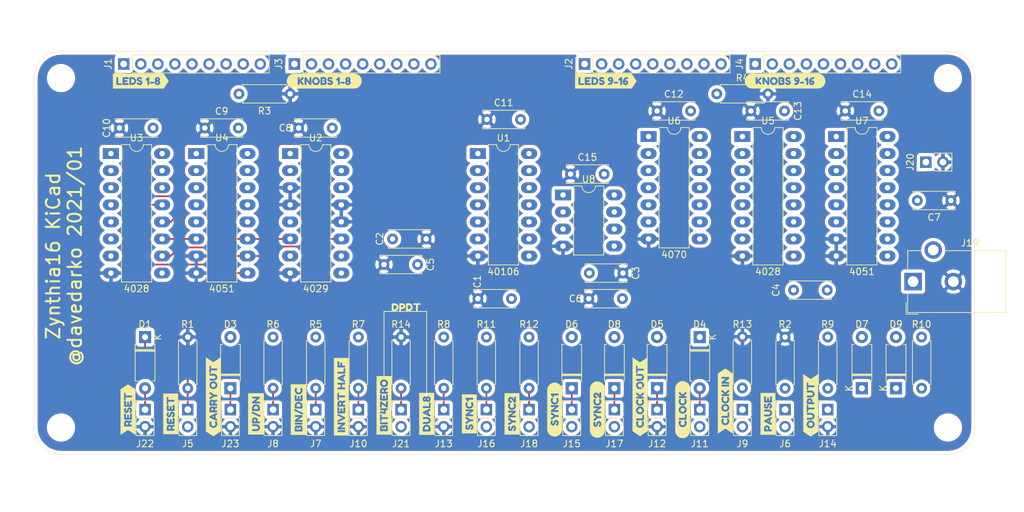
<source format=kicad_pcb>
(kicad_pcb (version 20171130) (host pcbnew "(5.1.9-0-10_14)")
  (layers (0 F.Cu signal) (31 B.Cu signal) (34 B.Paste user) (35 F.Paste user) (36 B.SilkS user) (37 F.SilkS user) (38 B.Mask user) (39 F.Mask user) (44 Edge.Cuts user))
  (net 0 "")
  (net 1 "Net-(J1-Pad4)")
  (net 2 "Net-(J1-Pad7)")
  (net 3 "Net-(J1-Pad2)")
  (net 4 "Net-(J1-Pad6)")
  (net 5 "Net-(U3-Pad5)")
  (net 6 "Net-(J1-Pad8)")
  (net 7 "Net-(J1-Pad1)")
  (net 8 "Net-(J1-Pad3)")
  (net 9 "Net-(U3-Pad9)")
  (net 10 "Net-(J1-Pad5)")
  (net 11 "Net-(J2-Pad4)")
  (net 12 "Net-(J2-Pad7)")
  (net 13 "Net-(J2-Pad2)")
  (net 14 "Net-(J2-Pad6)")
  (net 15 "Net-(U5-Pad5)")
  (net 16 "Net-(J2-Pad8)")
  (net 17 "Net-(J2-Pad1)")
  (net 18 "Net-(J2-Pad3)")
  (net 19 "Net-(U5-Pad9)")
  (net 20 "Net-(J2-Pad5)")
  (net 21 "Net-(J1-Pad9)")
  (net 22 "Net-(J2-Pad9)")
  (net 23 "Net-(J3-Pad8)")
  (net 24 "Net-(J3-Pad7)")
  (net 25 "Net-(J3-Pad6)")
  (net 26 "Net-(J3-Pad5)")
  (net 27 "Net-(J3-Pad4)")
  (net 28 "Net-(J3-Pad3)")
  (net 29 "Net-(J3-Pad2)")
  (net 30 "Net-(J3-Pad1)")
  (net 31 "Net-(J4-Pad8)")
  (net 32 "Net-(J4-Pad7)")
  (net 33 "Net-(J4-Pad6)")
  (net 34 "Net-(J4-Pad5)")
  (net 35 "Net-(J4-Pad4)")
  (net 36 "Net-(J4-Pad3)")
  (net 37 "Net-(J4-Pad2)")
  (net 38 "Net-(J4-Pad1)")
  (net 39 "Net-(D1-Pad2)")
  (net 40 "Net-(D1-Pad1)")
  (net 41 GND)
  (net 42 VCC)
  (net 43 "Net-(J7-Pad1)")
  (net 44 "Net-(J8-Pad1)")
  (net 45 "Net-(D3-Pad2)")
  (net 46 "Net-(D3-Pad1)")
  (net 47 "Net-(J10-Pad1)")
  (net 48 QD2)
  (net 49 QD1)
  (net 50 QC1)
  (net 51 QA1)
  (net 52 QB1)
  (net 53 QB2)
  (net 54 QC2)
  (net 55 QA2)
  (net 56 "Net-(C1-Pad1)")
  (net 57 "Net-(C2-Pad1)")
  (net 58 "Net-(C3-Pad1)")
  (net 59 "Net-(D4-Pad2)")
  (net 60 "Net-(D4-Pad1)")
  (net 61 "Net-(D5-Pad1)")
  (net 62 "Net-(J13-Pad1)")
  (net 63 "Net-(U1-Pad2)")
  (net 64 "Net-(C4-Pad2)")
  (net 65 "Net-(C4-Pad1)")
  (net 66 "Net-(C5-Pad2)")
  (net 67 "Net-(C6-Pad2)")
  (net 68 "Net-(D6-Pad2)")
  (net 69 "Net-(D6-Pad1)")
  (net 70 "Net-(D7-Pad1)")
  (net 71 "Net-(D8-Pad2)")
  (net 72 "Net-(D8-Pad1)")
  (net 73 "Net-(D9-Pad1)")
  (net 74 "Net-(J9-Pad2)")
  (net 75 "Net-(J16-Pad1)")
  (net 76 "Net-(J18-Pad1)")
  (net 77 "Net-(D7-Pad2)")
  (net 78 "Net-(D9-Pad2)")
  (net 79 "Net-(J6-Pad2)")
  (net 80 "Net-(J21-Pad1)")
  (net 81 "Net-(U8-Pad7)")
  (net 82 "Net-(U8-Pad3)")
  (net 83 "Net-(U8-Pad6)")
  (net 84 "Net-(U8-Pad2)")
  (net 85 "Net-(U8-Pad5)")
  (net 86 "Net-(U8-Pad1)")
  (module label (layer F.Cu) (at 115.57 52.705 90)
    (fp_text reference kibuzzard-610C561B hide)
    (fp_text value G*** hide)
  )
  (module label (layer F.Cu) (at 109.22 53.975 90)
    (fp_text reference kibuzzard-610C55EA hide)
    (fp_text value G*** hide)
  )
  (module label (layer F.Cu) (at 96.52 53.34 90)
    (fp_text reference kibuzzard-610C5562 hide)
    (fp_text value G*** hide)
  )
  (module label (layer F.Cu) (at 102.87 52.07 90)
    (fp_text reference kibuzzard-610C545E hide)
    (fp_text value G*** hide)
  )
  (module label (layer F.Cu) (at 90.17 51.435 90)
    (fp_text reference kibuzzard-610C5418 hide)
    (fp_text value G*** hide)
  )
  (module label (layer F.Cu) (at 43.18 4.445)
    (fp_text reference kibuzzard-610C5373 hide)
    (fp_text value G*** hide)
  )
  (module label (layer F.Cu) (at 111.76 4.445)
    (fp_text reference kibuzzard-610C5339 hide)
    (fp_text value G*** hide)
  )
  (module label (layer F.Cu) (at 85.09 4.445)
    (fp_text reference kibuzzard-610C530B hide)
    (fp_text value G*** hide)
  )
  (module label (layer F.Cu) (at 15.875 4.445)
    (fp_text reference kibuzzard-610C52EC hide)
    (fp_text value G*** hide)
  )
  (module label (layer F.Cu) (at 77.47 53.34 90)
    (fp_text reference kibuzzard-610C5269 hide)
    (fp_text value G*** hide)
  )
  (module label (layer F.Cu) (at 83.82 53.34 90)
    (fp_text reference kibuzzard-610C523D hide)
    (fp_text value G*** hide)
  )
  (module label (layer F.Cu) (at 71.12 53.975 90)
    (fp_text reference kibuzzard-610C51E0 hide)
    (fp_text value G*** hide)
  )
  (module label (layer F.Cu) (at 64.77 53.975 90)
    (fp_text reference kibuzzard-610C51A7 hide)
    (fp_text value G*** hide)
  )
  (module Package_DIP:DIP-8_W7.62mm_LongPads (layer F.Cu) (at 78.716 21.386)
    (fp_text reference U8 (at 3.81 -2.33) (layer F.SilkS))
    (fp_text value TL072)
    (pad 8 thru_hole oval (at 7.62 0) (size 2.4 1.6) (drill 0.8) (layers *.Cu *.Mask) (net 42 VCC))
    (pad 4 thru_hole oval (at 0 7.62) (size 2.4 1.6) (drill 0.8) (layers *.Cu *.Mask) (net 41 GND))
    (pad 7 thru_hole oval (at 7.62 2.54) (size 2.4 1.6) (drill 0.8) (layers *.Cu *.Mask) (net 81 "Net-(U8-Pad7)"))
    (pad 3 thru_hole oval (at 0 5.08) (size 2.4 1.6) (drill 0.8) (layers *.Cu *.Mask) (net 82 "Net-(U8-Pad3)"))
    (pad 6 thru_hole oval (at 7.62 5.08) (size 2.4 1.6) (drill 0.8) (layers *.Cu *.Mask) (net 83 "Net-(U8-Pad6)"))
    (pad 2 thru_hole oval (at 0 2.54) (size 2.4 1.6) (drill 0.8) (layers *.Cu *.Mask) (net 84 "Net-(U8-Pad2)"))
    (pad 5 thru_hole oval (at 7.62 7.62) (size 2.4 1.6) (drill 0.8) (layers *.Cu *.Mask) (net 85 "Net-(U8-Pad5)"))
    (pad 1 thru_hole rect (at 0 0) (size 2.4 1.6) (drill 0.8) (layers *.Cu *.Mask) (net 86 "Net-(U8-Pad1)"))
  )
  (module Capacitor_THT:C_Disc_D6.0mm_W2.5mm_P5.00mm (layer F.Cu) (at 79.836 18.288)
    (fp_text reference C15 (at 2.5 -2.5) (layer F.SilkS))
    (fp_text value C)
    (pad 2 thru_hole circle (at 5 0) (size 1.6 1.6) (drill 0.8) (layers *.Cu *.Mask) (net 42 VCC))
    (pad 1 thru_hole circle (at 0 0) (size 1.6 1.6) (drill 0.8) (layers *.Cu *.Mask) (net 41 GND))
  )
  (module label (layer F.Cu) (at 55.372 38.1)
    (fp_text reference kibuzzard-610C2455 hide)
    (fp_text value G*** hide)
  )
  (module label (layer F.Cu) (at 52.07 52.705 90)
    (fp_text reference kibuzzard-610C23E8 hide)
    (fp_text value G*** hide)
  )
  (module label (layer F.Cu) (at 58.42 53.975 90)
    (fp_text reference kibuzzard-610C2350 hide)
    (fp_text value G*** hide)
  )
  (module label (layer F.Cu) (at 13.97 53.34 90)
    (fp_text reference kibuzzard-610C1E26 hide)
    (fp_text value G*** hide)
  )
  (module label (layer F.Cu) (at 20.32 53.975 90)
    (fp_text reference kibuzzard-610C1D73 hide)
    (fp_text value G*** hide)
  )
  (module label (layer F.Cu) (at 45.72 51.425 90)
    (fp_text reference kibuzzard-610C1AC8 hide)
    (fp_text value G*** hide)
  )
  (module label (layer F.Cu) (at 39.37 53.34 90)
    (fp_text reference kibuzzard-610C1A63 hide)
    (fp_text value G*** hide)
  )
  (module label (layer F.Cu) (at 33.02 53.975 90)
    (fp_text reference kibuzzard-610C1856 hide)
    (fp_text value G*** hide)
  )
  (module label (layer F.Cu) (at 26.67 51.435 90)
    (fp_text reference kibuzzard-610C1637 hide)
    (fp_text value G*** hide)
  )
  (module Connector_PinHeader_2.54mm:PinHeader_1x02_P2.54mm_Vertical (layer F.Cu) (at 16.51 53.34)
    (fp_text reference J22 (at 0 5.08) (layer F.SilkS))
    (fp_text value OUT_OUT)
    (pad 2 thru_hole oval (at 0 2.54) (size 1.7 1.7) (drill 1) (layers *.Cu *.Mask) (net 41 GND))
    (pad 1 thru_hole rect (at 0 0) (size 1.7 1.7) (drill 1) (layers *.Cu *.Mask) (net 39 "Net-(D1-Pad2)"))
  )
  (module Connector_PinHeader_2.54mm:PinHeader_1x02_P2.54mm_Vertical (layer F.Cu) (at 22.86 53.34)
    (fp_text reference J5 (at 0 5.08) (layer F.SilkS))
    (fp_text value OUT_OUT)
    (pad 2 thru_hole oval (at 0 2.54) (size 1.7 1.7) (drill 1) (layers *.Cu *.Mask) (net 42 VCC))
    (pad 1 thru_hole rect (at 0 0) (size 1.7 1.7) (drill 1) (layers *.Cu *.Mask) (net 40 "Net-(D1-Pad1)"))
  )
  (module Resistor_THT:R_Axial_DIN0207_L6.3mm_D2.5mm_P7.62mm_Horizontal (layer F.Cu) (at 54.61 50.165 90)
    (fp_text reference R14 (at 9.525 0) (layer F.SilkS))
    (fp_text value 4700R)
    (pad 2 thru_hole oval (at 7.62 0 90) (size 1.6 1.6) (drill 0.8) (layers *.Cu *.Mask) (net 41 GND))
    (pad 1 thru_hole circle (at 0 0 90) (size 1.6 1.6) (drill 0.8) (layers *.Cu *.Mask) (net 80 "Net-(J21-Pad1)"))
  )
  (module Connector_PinHeader_2.54mm:PinHeader_1x02_P2.54mm_Vertical (layer F.Cu) (at 54.61 53.34)
    (fp_text reference J21 (at 0 5.08) (layer F.SilkS))
    (fp_text value SW_dual8_hex_2)
    (pad 2 thru_hole oval (at 0 2.54) (size 1.7 1.7) (drill 1) (layers *.Cu *.Mask) (net 49 QD1))
    (pad 1 thru_hole rect (at 0 0) (size 1.7 1.7) (drill 1) (layers *.Cu *.Mask) (net 80 "Net-(J21-Pad1)"))
  )
  (module Resistor_THT:R_Axial_DIN0207_L6.3mm_D2.5mm_P7.62mm_Horizontal (layer F.Cu) (at 105.41 50.12 90)
    (fp_text reference R13 (at 9.48 0 180) (layer F.SilkS))
    (fp_text value R)
    (pad 2 thru_hole oval (at 7.62 0 90) (size 1.6 1.6) (drill 0.8) (layers *.Cu *.Mask) (net 41 GND))
    (pad 1 thru_hole circle (at 0 0 90) (size 1.6 1.6) (drill 0.8) (layers *.Cu *.Mask) (net 74 "Net-(J9-Pad2)"))
  )
  (module Capacitor_THT:C_Disc_D6.0mm_W2.5mm_P5.00mm (layer F.Cu) (at 120.73 8.89)
    (fp_text reference C14 (at 2.5 -2.5) (layer F.SilkS))
    (fp_text value C)
    (pad 2 thru_hole circle (at 5 0) (size 1.6 1.6) (drill 0.8) (layers *.Cu *.Mask) (net 42 VCC))
    (pad 1 thru_hole circle (at 0 0) (size 1.6 1.6) (drill 0.8) (layers *.Cu *.Mask) (net 41 GND))
  )
  (module Capacitor_THT:C_Disc_D6.0mm_W2.5mm_P5.00mm (layer F.Cu) (at 106.68 8.89)
    (fp_text reference C13 (at 6.985 0 270) (layer F.SilkS))
    (fp_text value C)
    (pad 2 thru_hole circle (at 5 0) (size 1.6 1.6) (drill 0.8) (layers *.Cu *.Mask) (net 42 VCC))
    (pad 1 thru_hole circle (at 0 0) (size 1.6 1.6) (drill 0.8) (layers *.Cu *.Mask) (net 41 GND))
  )
  (module Capacitor_THT:C_Disc_D6.0mm_W2.5mm_P5.00mm (layer F.Cu) (at 92.71 8.89)
    (fp_text reference C12 (at 2.5 -2.5) (layer F.SilkS))
    (fp_text value C)
    (pad 2 thru_hole circle (at 5 0) (size 1.6 1.6) (drill 0.8) (layers *.Cu *.Mask) (net 42 VCC))
    (pad 1 thru_hole circle (at 0 0) (size 1.6 1.6) (drill 0.8) (layers *.Cu *.Mask) (net 41 GND))
  )
  (module Capacitor_THT:C_Disc_D6.0mm_W2.5mm_P5.00mm (layer F.Cu) (at 67.39 10.16)
    (fp_text reference C11 (at 2.5 -2.5) (layer F.SilkS))
    (fp_text value C)
    (pad 2 thru_hole circle (at 5 0) (size 1.6 1.6) (drill 0.8) (layers *.Cu *.Mask) (net 42 VCC))
    (pad 1 thru_hole circle (at 0 0) (size 1.6 1.6) (drill 0.8) (layers *.Cu *.Mask) (net 41 GND))
  )
  (module Capacitor_THT:C_Disc_D6.0mm_W2.5mm_P5.00mm (layer F.Cu) (at 12.7 11.43)
    (fp_text reference C10 (at -1.905 0 270) (layer F.SilkS))
    (fp_text value C)
    (pad 2 thru_hole circle (at 5 0) (size 1.6 1.6) (drill 0.8) (layers *.Cu *.Mask) (net 42 VCC))
    (pad 1 thru_hole circle (at 0 0) (size 1.6 1.6) (drill 0.8) (layers *.Cu *.Mask) (net 41 GND))
  )
  (module Capacitor_THT:C_Disc_D6.0mm_W2.5mm_P5.00mm (layer F.Cu) (at 25.4 11.43)
    (fp_text reference C9 (at 2.5 -2.5) (layer F.SilkS))
    (fp_text value C)
    (pad 2 thru_hole circle (at 5 0) (size 1.6 1.6) (drill 0.8) (layers *.Cu *.Mask) (net 42 VCC))
    (pad 1 thru_hole circle (at 0 0) (size 1.6 1.6) (drill 0.8) (layers *.Cu *.Mask) (net 41 GND))
  )
  (module Capacitor_THT:C_Disc_D6.0mm_W2.5mm_P5.00mm (layer F.Cu) (at 39.37 11.43)
    (fp_text reference C8 (at -1.985 0) (layer F.SilkS))
    (fp_text value C)
    (pad 2 thru_hole circle (at 5 0) (size 1.6 1.6) (drill 0.8) (layers *.Cu *.Mask) (net 42 VCC))
    (pad 1 thru_hole circle (at 0 0) (size 1.6 1.6) (drill 0.8) (layers *.Cu *.Mask) (net 41 GND))
  )
  (module Connector_BarrelJack:BarrelJack_CUI_PJ-102AH_Horizontal (layer F.Cu) (at 130.81 34.29 90)
    (fp_text reference J19 (at 5.75 8.45) (layer F.SilkS))
    (fp_text value Barrel_Jack)
    (pad 3 thru_hole circle (at 4.7 3 90) (size 2.6 2.6) (drill 1.6) (layers *.Cu *.Mask))
    (pad 2 thru_hole circle (at 0 6 90) (size 2.6 2.6) (drill 1.6) (layers *.Cu *.Mask) (net 41 GND))
    (pad 1 thru_hole rect (at 0 0 90) (size 2.6 2.6) (drill 1.6) (layers *.Cu *.Mask) (net 42 VCC))
  )
  (module Connector_PinHeader_2.54mm:PinHeader_1x02_P2.54mm_Vertical (layer F.Cu) (at 132.715 16.51 90)
    (fp_text reference J20 (at 0 -2.33 90) (layer F.SilkS))
    (fp_text value R_sync_pitch_2)
    (pad 2 thru_hole oval (at 0 2.54 90) (size 1.7 1.7) (drill 1) (layers *.Cu *.Mask) (net 41 GND))
    (pad 1 thru_hole rect (at 0 0 90) (size 1.7 1.7) (drill 1) (layers *.Cu *.Mask) (net 42 VCC))
  )
  (module Capacitor_THT:C_Disc_D6.0mm_W2.5mm_P5.00mm (layer F.Cu) (at 136.445 22.225 180)
    (fp_text reference C7 (at 2.5 -2.5) (layer F.SilkS))
    (fp_text value C)
    (pad 2 thru_hole circle (at 5 0 180) (size 1.6 1.6) (drill 0.8) (layers *.Cu *.Mask) (net 42 VCC))
    (pad 1 thru_hole circle (at 0 0 180) (size 1.6 1.6) (drill 0.8) (layers *.Cu *.Mask) (net 41 GND))
  )
  (module Package_DIP:DIP-16_W7.62mm_LongPads (layer F.Cu) (at 11.43 15.24)
    (fp_text reference U3 (at 3.81 -2.33) (layer F.SilkS))
    (fp_text value 4028 (at 3.81 20.11) (layer F.SilkS))
    (pad 16 thru_hole oval (at 7.62 0) (size 2.4 1.6) (drill 0.8) (layers *.Cu *.Mask) (net 42 VCC))
    (pad 8 thru_hole oval (at 0 17.78) (size 2.4 1.6) (drill 0.8) (layers *.Cu *.Mask) (net 41 GND))
    (pad 15 thru_hole oval (at 7.62 2.54) (size 2.4 1.6) (drill 0.8) (layers *.Cu *.Mask) (net 1 "Net-(J1-Pad4)"))
    (pad 7 thru_hole oval (at 0 15.24) (size 2.4 1.6) (drill 0.8) (layers *.Cu *.Mask) (net 2 "Net-(J1-Pad7)"))
    (pad 14 thru_hole oval (at 7.62 5.08) (size 2.4 1.6) (drill 0.8) (layers *.Cu *.Mask) (net 3 "Net-(J1-Pad2)"))
    (pad 6 thru_hole oval (at 0 12.7) (size 2.4 1.6) (drill 0.8) (layers *.Cu *.Mask) (net 4 "Net-(J1-Pad6)"))
    (pad 13 thru_hole oval (at 7.62 7.62) (size 2.4 1.6) (drill 0.8) (layers *.Cu *.Mask) (net 52 QB1))
    (pad 5 thru_hole oval (at 0 10.16) (size 2.4 1.6) (drill 0.8) (layers *.Cu *.Mask) (net 5 "Net-(U3-Pad5)"))
    (pad 12 thru_hole oval (at 7.62 10.16) (size 2.4 1.6) (drill 0.8) (layers *.Cu *.Mask) (net 50 QC1))
    (pad 4 thru_hole oval (at 0 7.62) (size 2.4 1.6) (drill 0.8) (layers *.Cu *.Mask) (net 6 "Net-(J1-Pad8)"))
    (pad 11 thru_hole oval (at 7.62 12.7) (size 2.4 1.6) (drill 0.8) (layers *.Cu *.Mask) (net 49 QD1))
    (pad 3 thru_hole oval (at 0 5.08) (size 2.4 1.6) (drill 0.8) (layers *.Cu *.Mask) (net 7 "Net-(J1-Pad1)"))
    (pad 10 thru_hole oval (at 7.62 15.24) (size 2.4 1.6) (drill 0.8) (layers *.Cu *.Mask) (net 51 QA1))
    (pad 2 thru_hole oval (at 0 2.54) (size 2.4 1.6) (drill 0.8) (layers *.Cu *.Mask) (net 8 "Net-(J1-Pad3)"))
    (pad 9 thru_hole oval (at 7.62 17.78) (size 2.4 1.6) (drill 0.8) (layers *.Cu *.Mask) (net 9 "Net-(U3-Pad9)"))
    (pad 1 thru_hole rect (at 0 0) (size 2.4 1.6) (drill 0.8) (layers *.Cu *.Mask) (net 10 "Net-(J1-Pad5)"))
  )
  (module Package_DIP:DIP-14_W7.62mm_LongPads (layer F.Cu) (at 91.44 12.7)
    (fp_text reference U6 (at 3.81 -2.33) (layer F.SilkS))
    (fp_text value 4070 (at 3.81 17.57) (layer F.SilkS))
    (pad 14 thru_hole oval (at 7.62 0) (size 2.4 1.6) (drill 0.8) (layers *.Cu *.Mask) (net 42 VCC))
    (pad 7 thru_hole oval (at 0 15.24) (size 2.4 1.6) (drill 0.8) (layers *.Cu *.Mask) (net 41 GND))
    (pad 13 thru_hole oval (at 7.62 2.54) (size 2.4 1.6) (drill 0.8) (layers *.Cu *.Mask) (net 62 "Net-(J13-Pad1)"))
    (pad 6 thru_hole oval (at 0 12.7) (size 2.4 1.6) (drill 0.8) (layers *.Cu *.Mask) (net 47 "Net-(J10-Pad1)"))
    (pad 12 thru_hole oval (at 7.62 5.08) (size 2.4 1.6) (drill 0.8) (layers *.Cu *.Mask) (net 63 "Net-(U1-Pad2)"))
    (pad 5 thru_hole oval (at 0 10.16) (size 2.4 1.6) (drill 0.8) (layers *.Cu *.Mask) (net 52 QB1))
    (pad 11 thru_hole oval (at 7.62 7.62) (size 2.4 1.6) (drill 0.8) (layers *.Cu *.Mask) (net 48 QD2))
    (pad 4 thru_hole oval (at 0 7.62) (size 2.4 1.6) (drill 0.8) (layers *.Cu *.Mask) (net 53 QB2))
    (pad 10 thru_hole oval (at 7.62 10.16) (size 2.4 1.6) (drill 0.8) (layers *.Cu *.Mask) (net 54 QC2))
    (pad 3 thru_hole oval (at 0 5.08) (size 2.4 1.6) (drill 0.8) (layers *.Cu *.Mask) (net 55 QA2))
    (pad 9 thru_hole oval (at 7.62 12.7) (size 2.4 1.6) (drill 0.8) (layers *.Cu *.Mask) (net 47 "Net-(J10-Pad1)"))
    (pad 2 thru_hole oval (at 0 2.54) (size 2.4 1.6) (drill 0.8) (layers *.Cu *.Mask) (net 47 "Net-(J10-Pad1)"))
    (pad 8 thru_hole oval (at 7.62 15.24) (size 2.4 1.6) (drill 0.8) (layers *.Cu *.Mask) (net 50 QC1))
    (pad 1 thru_hole rect (at 0 0) (size 2.4 1.6) (drill 0.8) (layers *.Cu *.Mask) (net 51 QA1))
  )
  (module MountingHole:MountingHole_3.2mm_M3 (layer F.Cu) (at 136 56)
    (fp_text reference H4 hide)
    (fp_text value MountingHole)
    (pad 1 np_thru_hole circle (at 0 0) (size 3.2 3.2) (drill 3.2) (layers *.Cu *.Mask))
  )
  (module MountingHole:MountingHole_3.2mm_M3 (layer F.Cu) (at 4 56)
    (fp_text reference H3 hide)
    (fp_text value MountingHole)
    (pad 1 np_thru_hole circle (at 0 0) (size 3.2 3.2) (drill 3.2) (layers *.Cu *.Mask))
  )
  (module MountingHole:MountingHole_3.2mm_M3 (layer F.Cu) (at 136 4)
    (fp_text reference H2 hide)
    (fp_text value MountingHole)
    (pad 1 np_thru_hole circle (at 0 0) (size 3.2 3.2) (drill 3.2) (layers *.Cu *.Mask))
  )
  (module MountingHole:MountingHole_3.2mm_M3 (layer F.Cu) (at 4 4)
    (fp_text reference H1 hide)
    (fp_text value MountingHole)
    (pad 1 np_thru_hole circle (at 0 0) (size 3.2 3.2) (drill 3.2) (layers *.Cu *.Mask))
  )
  (module Connector_PinHeader_2.54mm:PinHeader_1x02_P2.54mm_Vertical (layer F.Cu) (at 111.76 53.34)
    (fp_text reference J6 (at 0 5.08) (layer F.SilkS))
    (fp_text value SW_run)
    (pad 2 thru_hole oval (at 0 2.54) (size 1.7 1.7) (drill 1) (layers *.Cu *.Mask) (net 79 "Net-(J6-Pad2)"))
    (pad 1 thru_hole rect (at 0 0) (size 1.7 1.7) (drill 1) (layers *.Cu *.Mask) (net 42 VCC))
  )
  (module Resistor_THT:R_Axial_DIN0207_L6.3mm_D2.5mm_P7.62mm_Horizontal (layer F.Cu) (at 73.66 50.165 90)
    (fp_text reference R12 (at 9.525 0 180) (layer F.SilkS))
    (fp_text value R)
    (pad 2 thru_hole oval (at 7.62 0 90) (size 1.6 1.6) (drill 0.8) (layers *.Cu *.Mask) (net 71 "Net-(D8-Pad2)"))
    (pad 1 thru_hole circle (at 0 0 90) (size 1.6 1.6) (drill 0.8) (layers *.Cu *.Mask) (net 76 "Net-(J18-Pad1)"))
  )
  (module Resistor_THT:R_Axial_DIN0207_L6.3mm_D2.5mm_P7.62mm_Horizontal (layer F.Cu) (at 67.31 50.165 90)
    (fp_text reference R11 (at 9.525 0 180) (layer F.SilkS))
    (fp_text value R)
    (pad 2 thru_hole oval (at 7.62 0 90) (size 1.6 1.6) (drill 0.8) (layers *.Cu *.Mask) (net 68 "Net-(D6-Pad2)"))
    (pad 1 thru_hole circle (at 0 0 90) (size 1.6 1.6) (drill 0.8) (layers *.Cu *.Mask) (net 75 "Net-(J16-Pad1)"))
  )
  (module Connector_PinHeader_2.54mm:PinHeader_1x02_P2.54mm_Vertical (layer F.Cu) (at 73.66 53.34)
    (fp_text reference J18 (at 0 5.08) (layer F.SilkS))
    (fp_text value SW_sync_2)
    (pad 2 thru_hole oval (at 0 2.54) (size 1.7 1.7) (drill 1) (layers *.Cu *.Mask) (net 58 "Net-(C3-Pad1)"))
    (pad 1 thru_hole rect (at 0 0) (size 1.7 1.7) (drill 1) (layers *.Cu *.Mask) (net 76 "Net-(J18-Pad1)"))
  )
  (module Connector_PinHeader_2.54mm:PinHeader_1x02_P2.54mm_Vertical (layer F.Cu) (at 86.36 53.34)
    (fp_text reference J17 (at 0 5.08) (layer F.SilkS))
    (fp_text value R_sync_pitch_2)
    (pad 2 thru_hole oval (at 0 2.54) (size 1.7 1.7) (drill 1) (layers *.Cu *.Mask) (net 67 "Net-(C6-Pad2)"))
    (pad 1 thru_hole rect (at 0 0) (size 1.7 1.7) (drill 1) (layers *.Cu *.Mask) (net 72 "Net-(D8-Pad1)"))
  )
  (module Connector_PinHeader_2.54mm:PinHeader_1x02_P2.54mm_Vertical (layer F.Cu) (at 67.31 53.34)
    (fp_text reference J16 (at 0 5.08) (layer F.SilkS))
    (fp_text value SW_sync_1)
    (pad 2 thru_hole oval (at 0 2.54) (size 1.7 1.7) (drill 1) (layers *.Cu *.Mask) (net 57 "Net-(C2-Pad1)"))
    (pad 1 thru_hole rect (at 0 0) (size 1.7 1.7) (drill 1) (layers *.Cu *.Mask) (net 75 "Net-(J16-Pad1)"))
  )
  (module Connector_PinHeader_2.54mm:PinHeader_1x02_P2.54mm_Vertical (layer F.Cu) (at 80.01 53.34)
    (fp_text reference J15 (at 0 5.08) (layer F.SilkS))
    (fp_text value R_sync_pitch_1)
    (pad 2 thru_hole oval (at 0 2.54) (size 1.7 1.7) (drill 1) (layers *.Cu *.Mask) (net 66 "Net-(C5-Pad2)"))
    (pad 1 thru_hole rect (at 0 0) (size 1.7 1.7) (drill 1) (layers *.Cu *.Mask) (net 69 "Net-(D6-Pad1)"))
  )
  (module Connector_PinHeader_2.54mm:PinHeader_1x02_P2.54mm_Vertical (layer F.Cu) (at 105.41 53.34)
    (fp_text reference J9 (at 0 5.08) (layer F.SilkS))
    (fp_text value SW_clock_source)
    (pad 2 thru_hole oval (at 0 2.54) (size 1.7 1.7) (drill 1) (layers *.Cu *.Mask) (net 74 "Net-(J9-Pad2)"))
    (pad 1 thru_hole rect (at 0 0) (size 1.7 1.7) (drill 1) (layers *.Cu *.Mask) (net 60 "Net-(D4-Pad1)"))
  )
  (module Diode_THT:D_A-405_P7.62mm_Horizontal (layer F.Cu) (at 128.27 50.165 90)
    (fp_text reference D9 (at 9.525 0 180) (layer F.SilkS))
    (fp_text value D)
    (fp_text user K (at 0 -1.9 90) (layer F.SilkS))
    (pad 2 thru_hole oval (at 7.62 0 90) (size 1.8 1.8) (drill 0.9) (layers *.Cu *.Mask) (net 78 "Net-(D9-Pad2)"))
    (pad 1 thru_hole rect (at 0 0 90) (size 1.8 1.8) (drill 0.9) (layers *.Cu *.Mask) (net 73 "Net-(D9-Pad1)"))
  )
  (module Diode_THT:D_A-405_P7.62mm_Horizontal (layer F.Cu) (at 86.36 50.165 90)
    (fp_text reference D8 (at 9.525 0 180) (layer F.SilkS))
    (fp_text value D)
    (fp_text user K (at 0 -1.9 90) (layer F.SilkS))
    (pad 2 thru_hole oval (at 7.62 0 90) (size 1.8 1.8) (drill 0.9) (layers *.Cu *.Mask) (net 71 "Net-(D8-Pad2)"))
    (pad 1 thru_hole rect (at 0 0 90) (size 1.8 1.8) (drill 0.9) (layers *.Cu *.Mask) (net 72 "Net-(D8-Pad1)"))
  )
  (module Diode_THT:D_A-405_P7.62mm_Horizontal (layer F.Cu) (at 123.19 50.165 90)
    (fp_text reference D7 (at 9.525 0 180) (layer F.SilkS))
    (fp_text value D)
    (fp_text user K (at 0 -1.9 90) (layer F.SilkS))
    (pad 2 thru_hole oval (at 7.62 0 90) (size 1.8 1.8) (drill 0.9) (layers *.Cu *.Mask) (net 77 "Net-(D7-Pad2)"))
    (pad 1 thru_hole rect (at 0 0 90) (size 1.8 1.8) (drill 0.9) (layers *.Cu *.Mask) (net 70 "Net-(D7-Pad1)"))
  )
  (module Diode_THT:D_A-405_P7.62mm_Horizontal (layer F.Cu) (at 80.01 50.165 90)
    (fp_text reference D6 (at 9.525 0 180) (layer F.SilkS))
    (fp_text value D)
    (fp_text user K (at 0 -1.9 90) (layer F.SilkS))
    (pad 2 thru_hole oval (at 7.62 0 90) (size 1.8 1.8) (drill 0.9) (layers *.Cu *.Mask) (net 68 "Net-(D6-Pad2)"))
    (pad 1 thru_hole rect (at 0 0 90) (size 1.8 1.8) (drill 0.9) (layers *.Cu *.Mask) (net 69 "Net-(D6-Pad1)"))
  )
  (module Capacitor_THT:C_Disc_D6.0mm_W2.5mm_P5.00mm (layer F.Cu) (at 82.55 36.83)
    (fp_text reference C6 (at -1.985 0) (layer F.SilkS))
    (fp_text value C)
    (pad 2 thru_hole circle (at 5 0) (size 1.6 1.6) (drill 0.8) (layers *.Cu *.Mask) (net 67 "Net-(C6-Pad2)"))
    (pad 1 thru_hole circle (at 0 0) (size 1.6 1.6) (drill 0.8) (layers *.Cu *.Mask) (net 41 GND))
  )
  (module Capacitor_THT:C_Disc_D6.0mm_W2.5mm_P5.00mm (layer F.Cu) (at 52.07 31.75)
    (fp_text reference C5 (at 6.905 0 -90) (layer F.SilkS))
    (fp_text value C)
    (pad 2 thru_hole circle (at 5 0) (size 1.6 1.6) (drill 0.8) (layers *.Cu *.Mask) (net 66 "Net-(C5-Pad2)"))
    (pad 1 thru_hole circle (at 0 0) (size 1.6 1.6) (drill 0.8) (layers *.Cu *.Mask) (net 41 GND))
  )
  (module Connector_PinHeader_2.54mm:PinHeader_1x02_P2.54mm_Vertical (layer F.Cu) (at 118.11 53.34)
    (fp_text reference J14 (at 0 5.08) (layer F.SilkS))
    (fp_text value OUT_OUT)
    (pad 2 thru_hole oval (at 0 2.54) (size 1.7 1.7) (drill 1) (layers *.Cu *.Mask) (net 41 GND))
    (pad 1 thru_hole rect (at 0 0) (size 1.7 1.7) (drill 1) (layers *.Cu *.Mask) (net 65 "Net-(C4-Pad1)"))
  )
  (module Capacitor_THT:C_Disc_D6.0mm_W2.5mm_P5.00mm (layer F.Cu) (at 118.03 35.56 180)
    (fp_text reference C4 (at 7.62 0 270) (layer F.SilkS))
    (fp_text value C)
    (pad 2 thru_hole circle (at 5 0 180) (size 1.6 1.6) (drill 0.8) (layers *.Cu *.Mask) (net 64 "Net-(C4-Pad2)"))
    (pad 1 thru_hole circle (at 0 0 180) (size 1.6 1.6) (drill 0.8) (layers *.Cu *.Mask) (net 65 "Net-(C4-Pad1)"))
  )
  (module Resistor_THT:R_Axial_DIN0207_L6.3mm_D2.5mm_P7.62mm_Horizontal (layer F.Cu) (at 132.08 50.165 90)
    (fp_text reference R10 (at 9.525 0 180) (layer F.SilkS))
    (fp_text value R)
    (pad 2 thru_hole oval (at 7.62 0 90) (size 1.6 1.6) (drill 0.8) (layers *.Cu *.Mask) (net 64 "Net-(C4-Pad2)"))
    (pad 1 thru_hole circle (at 0 0 90) (size 1.6 1.6) (drill 0.8) (layers *.Cu *.Mask) (net 73 "Net-(D9-Pad1)"))
  )
  (module Resistor_THT:R_Axial_DIN0207_L6.3mm_D2.5mm_P7.62mm_Horizontal (layer F.Cu) (at 118.11 50.165 90)
    (fp_text reference R9 (at 9.525 0 180) (layer F.SilkS))
    (fp_text value R)
    (pad 2 thru_hole oval (at 7.62 0 90) (size 1.6 1.6) (drill 0.8) (layers *.Cu *.Mask) (net 64 "Net-(C4-Pad2)"))
    (pad 1 thru_hole circle (at 0 0 90) (size 1.6 1.6) (drill 0.8) (layers *.Cu *.Mask) (net 70 "Net-(D7-Pad1)"))
  )
  (module Resistor_THT:R_Axial_DIN0207_L6.3mm_D2.5mm_P7.62mm_Horizontal (layer F.Cu) (at 60.96 50.165 90)
    (fp_text reference R8 (at 9.525 0 180) (layer F.SilkS))
    (fp_text value R)
    (pad 2 thru_hole oval (at 7.62 0 90) (size 1.6 1.6) (drill 0.8) (layers *.Cu *.Mask) (net 42 VCC))
    (pad 1 thru_hole circle (at 0 0 90) (size 1.6 1.6) (drill 0.8) (layers *.Cu *.Mask) (net 62 "Net-(J13-Pad1)"))
  )
  (module Connector_PinHeader_2.54mm:PinHeader_1x02_P2.54mm_Vertical (layer F.Cu) (at 60.96 53.34)
    (fp_text reference J13 (at 0 5.08) (layer F.SilkS))
    (fp_text value SW_dual8_hex)
    (pad 2 thru_hole oval (at 0 2.54) (size 1.7 1.7) (drill 1) (layers *.Cu *.Mask) (net 41 GND))
    (pad 1 thru_hole rect (at 0 0) (size 1.7 1.7) (drill 1) (layers *.Cu *.Mask) (net 62 "Net-(J13-Pad1)"))
  )
  (module Connector_PinHeader_2.54mm:PinHeader_1x02_P2.54mm_Vertical (layer F.Cu) (at 92.71 53.34)
    (fp_text reference J12 (at 0 5.08) (layer F.SilkS))
    (fp_text value OUT_clock)
    (pad 2 thru_hole oval (at 0 2.54) (size 1.7 1.7) (drill 1) (layers *.Cu *.Mask) (net 41 GND))
    (pad 1 thru_hole rect (at 0 0) (size 1.7 1.7) (drill 1) (layers *.Cu *.Mask) (net 61 "Net-(D5-Pad1)"))
  )
  (module Connector_PinHeader_2.54mm:PinHeader_1x02_P2.54mm_Vertical (layer F.Cu) (at 99.06 53.34)
    (fp_text reference J11 (at 0 5.08) (layer F.SilkS))
    (fp_text value R_clock)
    (pad 2 thru_hole oval (at 0 2.54) (size 1.7 1.7) (drill 1) (layers *.Cu *.Mask) (net 56 "Net-(C1-Pad1)"))
    (pad 1 thru_hole rect (at 0 0) (size 1.7 1.7) (drill 1) (layers *.Cu *.Mask) (net 59 "Net-(D4-Pad2)"))
  )
  (module Diode_THT:D_A-405_P7.62mm_Horizontal (layer F.Cu) (at 92.71 50.165 90)
    (fp_text reference D5 (at 9.525 0 180) (layer F.SilkS))
    (fp_text value D)
    (fp_text user K (at 0 -1.9 90) (layer F.SilkS))
    (pad 2 thru_hole oval (at 7.62 0 90) (size 1.8 1.8) (drill 0.9) (layers *.Cu *.Mask) (net 60 "Net-(D4-Pad1)"))
    (pad 1 thru_hole rect (at 0 0 90) (size 1.8 1.8) (drill 0.9) (layers *.Cu *.Mask) (net 61 "Net-(D5-Pad1)"))
  )
  (module Diode_THT:D_A-405_P7.62mm_Horizontal (layer F.Cu) (at 99.06 42.545 270)
    (fp_text reference D4 (at -1.905 0 180) (layer F.SilkS))
    (fp_text value D)
    (fp_text user K (at 0 -1.9 90) (layer F.SilkS))
    (pad 2 thru_hole oval (at 7.62 0 270) (size 1.8 1.8) (drill 0.9) (layers *.Cu *.Mask) (net 59 "Net-(D4-Pad2)"))
    (pad 1 thru_hole rect (at 0 0 270) (size 1.8 1.8) (drill 0.9) (layers *.Cu *.Mask) (net 60 "Net-(D4-Pad1)"))
  )
  (module Capacitor_THT:C_Disc_D6.0mm_W2.5mm_P5.00mm (layer F.Cu) (at 82.63 33.02)
    (fp_text reference C3 (at 6.905 0 -90) (layer F.SilkS))
    (fp_text value C)
    (pad 2 thru_hole circle (at 5 0) (size 1.6 1.6) (drill 0.8) (layers *.Cu *.Mask) (net 41 GND))
    (pad 1 thru_hole circle (at 0 0) (size 1.6 1.6) (drill 0.8) (layers *.Cu *.Mask) (net 58 "Net-(C3-Pad1)"))
  )
  (module Capacitor_THT:C_Disc_D6.0mm_W2.5mm_P5.00mm (layer F.Cu) (at 53.34 27.94)
    (fp_text reference C2 (at -1.905 0 -90) (layer F.SilkS))
    (fp_text value C)
    (pad 2 thru_hole circle (at 5 0) (size 1.6 1.6) (drill 0.8) (layers *.Cu *.Mask) (net 41 GND))
    (pad 1 thru_hole circle (at 0 0) (size 1.6 1.6) (drill 0.8) (layers *.Cu *.Mask) (net 57 "Net-(C2-Pad1)"))
  )
  (module Capacitor_THT:C_Disc_D6.0mm_W2.5mm_P5.00mm (layer F.Cu) (at 71.04 36.83 180)
    (fp_text reference C1 (at 5.08 2.54 270) (layer F.SilkS))
    (fp_text value C)
    (pad 2 thru_hole circle (at 5 0 180) (size 1.6 1.6) (drill 0.8) (layers *.Cu *.Mask) (net 41 GND))
    (pad 1 thru_hole circle (at 0 0 180) (size 1.6 1.6) (drill 0.8) (layers *.Cu *.Mask) (net 56 "Net-(C1-Pad1)"))
  )
  (module Connector_PinHeader_2.54mm:PinHeader_1x02_P2.54mm_Vertical (layer F.Cu) (at 48.26 53.34)
    (fp_text reference J10 (at 0 5.08) (layer F.SilkS))
    (fp_text value SW_half_inverter)
    (pad 2 thru_hole oval (at 0 2.54) (size 1.7 1.7) (drill 1) (layers *.Cu *.Mask) (net 41 GND))
    (pad 1 thru_hole rect (at 0 0) (size 1.7 1.7) (drill 1) (layers *.Cu *.Mask) (net 47 "Net-(J10-Pad1)"))
  )
  (module Connector_PinHeader_2.54mm:PinHeader_1x02_P2.54mm_Vertical (layer F.Cu) (at 29.21 53.34)
    (fp_text reference J23 (at 0 5.08) (layer F.SilkS))
    (fp_text value OUT_CARRY_OUT)
    (pad 2 thru_hole oval (at 0 2.54) (size 1.7 1.7) (drill 1) (layers *.Cu *.Mask) (net 41 GND))
    (pad 1 thru_hole rect (at 0 0) (size 1.7 1.7) (drill 1) (layers *.Cu *.Mask) (net 46 "Net-(D3-Pad1)"))
  )
  (module Connector_PinHeader_2.54mm:PinHeader_1x02_P2.54mm_Vertical (layer F.Cu) (at 35.56 53.34)
    (fp_text reference J8 (at 0 5.08) (layer F.SilkS))
    (fp_text value SW_UP_DN)
    (pad 2 thru_hole oval (at 0 2.54) (size 1.7 1.7) (drill 1) (layers *.Cu *.Mask) (net 41 GND))
    (pad 1 thru_hole rect (at 0 0) (size 1.7 1.7) (drill 1) (layers *.Cu *.Mask) (net 44 "Net-(J8-Pad1)"))
  )
  (module Connector_PinHeader_2.54mm:PinHeader_1x02_P2.54mm_Vertical (layer F.Cu) (at 41.91 53.34)
    (fp_text reference J7 (at 0 5.08) (layer F.SilkS))
    (fp_text value SW_BIN_DEC)
    (pad 2 thru_hole oval (at 0 2.54) (size 1.7 1.7) (drill 1) (layers *.Cu *.Mask) (net 41 GND))
    (pad 1 thru_hole rect (at 0 0) (size 1.7 1.7) (drill 1) (layers *.Cu *.Mask) (net 43 "Net-(J7-Pad1)"))
  )
  (module Connector_PinHeader_2.54mm:PinHeader_1x09_P2.54mm_Vertical (layer F.Cu) (at 107.315 1.905 90)
    (fp_text reference J4 (at 0 -2.33 90) (layer F.SilkS))
    (fp_text value Conn_01x09_Male)
    (pad 9 thru_hole oval (at 0 20.32 90) (size 1.7 1.7) (drill 1) (layers *.Cu *.Mask) (net 78 "Net-(D9-Pad2)"))
    (pad 8 thru_hole oval (at 0 17.78 90) (size 1.7 1.7) (drill 1) (layers *.Cu *.Mask) (net 31 "Net-(J4-Pad8)"))
    (pad 7 thru_hole oval (at 0 15.24 90) (size 1.7 1.7) (drill 1) (layers *.Cu *.Mask) (net 32 "Net-(J4-Pad7)"))
    (pad 6 thru_hole oval (at 0 12.7 90) (size 1.7 1.7) (drill 1) (layers *.Cu *.Mask) (net 33 "Net-(J4-Pad6)"))
    (pad 5 thru_hole oval (at 0 10.16 90) (size 1.7 1.7) (drill 1) (layers *.Cu *.Mask) (net 34 "Net-(J4-Pad5)"))
    (pad 4 thru_hole oval (at 0 7.62 90) (size 1.7 1.7) (drill 1) (layers *.Cu *.Mask) (net 35 "Net-(J4-Pad4)"))
    (pad 3 thru_hole oval (at 0 5.08 90) (size 1.7 1.7) (drill 1) (layers *.Cu *.Mask) (net 36 "Net-(J4-Pad3)"))
    (pad 2 thru_hole oval (at 0 2.54 90) (size 1.7 1.7) (drill 1) (layers *.Cu *.Mask) (net 37 "Net-(J4-Pad2)"))
    (pad 1 thru_hole rect (at 0 0 90) (size 1.7 1.7) (drill 1) (layers *.Cu *.Mask) (net 38 "Net-(J4-Pad1)"))
  )
  (module Connector_PinHeader_2.54mm:PinHeader_1x09_P2.54mm_Vertical (layer F.Cu) (at 38.735 1.905 90)
    (fp_text reference J3 (at 0 -2.33 90) (layer F.SilkS))
    (fp_text value Conn_01x09_Male)
    (pad 9 thru_hole oval (at 0 20.32 90) (size 1.7 1.7) (drill 1) (layers *.Cu *.Mask) (net 77 "Net-(D7-Pad2)"))
    (pad 8 thru_hole oval (at 0 17.78 90) (size 1.7 1.7) (drill 1) (layers *.Cu *.Mask) (net 23 "Net-(J3-Pad8)"))
    (pad 7 thru_hole oval (at 0 15.24 90) (size 1.7 1.7) (drill 1) (layers *.Cu *.Mask) (net 24 "Net-(J3-Pad7)"))
    (pad 6 thru_hole oval (at 0 12.7 90) (size 1.7 1.7) (drill 1) (layers *.Cu *.Mask) (net 25 "Net-(J3-Pad6)"))
    (pad 5 thru_hole oval (at 0 10.16 90) (size 1.7 1.7) (drill 1) (layers *.Cu *.Mask) (net 26 "Net-(J3-Pad5)"))
    (pad 4 thru_hole oval (at 0 7.62 90) (size 1.7 1.7) (drill 1) (layers *.Cu *.Mask) (net 27 "Net-(J3-Pad4)"))
    (pad 3 thru_hole oval (at 0 5.08 90) (size 1.7 1.7) (drill 1) (layers *.Cu *.Mask) (net 28 "Net-(J3-Pad3)"))
    (pad 2 thru_hole oval (at 0 2.54 90) (size 1.7 1.7) (drill 1) (layers *.Cu *.Mask) (net 29 "Net-(J3-Pad2)"))
    (pad 1 thru_hole rect (at 0 0 90) (size 1.7 1.7) (drill 1) (layers *.Cu *.Mask) (net 30 "Net-(J3-Pad1)"))
  )
  (module Connector_PinHeader_2.54mm:PinHeader_1x09_P2.54mm_Vertical (layer F.Cu) (at 81.915 1.905 90)
    (fp_text reference J2 (at 0 -2.33 90) (layer F.SilkS))
    (fp_text value Conn_01x09_Male)
    (pad 9 thru_hole oval (at 0 20.32 90) (size 1.7 1.7) (drill 1) (layers *.Cu *.Mask) (net 22 "Net-(J2-Pad9)"))
    (pad 8 thru_hole oval (at 0 17.78 90) (size 1.7 1.7) (drill 1) (layers *.Cu *.Mask) (net 16 "Net-(J2-Pad8)"))
    (pad 7 thru_hole oval (at 0 15.24 90) (size 1.7 1.7) (drill 1) (layers *.Cu *.Mask) (net 12 "Net-(J2-Pad7)"))
    (pad 6 thru_hole oval (at 0 12.7 90) (size 1.7 1.7) (drill 1) (layers *.Cu *.Mask) (net 14 "Net-(J2-Pad6)"))
    (pad 5 thru_hole oval (at 0 10.16 90) (size 1.7 1.7) (drill 1) (layers *.Cu *.Mask) (net 20 "Net-(J2-Pad5)"))
    (pad 4 thru_hole oval (at 0 7.62 90) (size 1.7 1.7) (drill 1) (layers *.Cu *.Mask) (net 11 "Net-(J2-Pad4)"))
    (pad 3 thru_hole oval (at 0 5.08 90) (size 1.7 1.7) (drill 1) (layers *.Cu *.Mask) (net 18 "Net-(J2-Pad3)"))
    (pad 2 thru_hole oval (at 0 2.54 90) (size 1.7 1.7) (drill 1) (layers *.Cu *.Mask) (net 13 "Net-(J2-Pad2)"))
    (pad 1 thru_hole rect (at 0 0 90) (size 1.7 1.7) (drill 1) (layers *.Cu *.Mask) (net 17 "Net-(J2-Pad1)"))
  )
  (module Connector_PinHeader_2.54mm:PinHeader_1x09_P2.54mm_Vertical (layer F.Cu) (at 13.335 1.905 90)
    (fp_text reference J1 (at 0 -2.33 90) (layer F.SilkS))
    (fp_text value Conn_01x09_Male)
    (pad 9 thru_hole oval (at 0 20.32 90) (size 1.7 1.7) (drill 1) (layers *.Cu *.Mask) (net 21 "Net-(J1-Pad9)"))
    (pad 8 thru_hole oval (at 0 17.78 90) (size 1.7 1.7) (drill 1) (layers *.Cu *.Mask) (net 6 "Net-(J1-Pad8)"))
    (pad 7 thru_hole oval (at 0 15.24 90) (size 1.7 1.7) (drill 1) (layers *.Cu *.Mask) (net 2 "Net-(J1-Pad7)"))
    (pad 6 thru_hole oval (at 0 12.7 90) (size 1.7 1.7) (drill 1) (layers *.Cu *.Mask) (net 4 "Net-(J1-Pad6)"))
    (pad 5 thru_hole oval (at 0 10.16 90) (size 1.7 1.7) (drill 1) (layers *.Cu *.Mask) (net 10 "Net-(J1-Pad5)"))
    (pad 4 thru_hole oval (at 0 7.62 90) (size 1.7 1.7) (drill 1) (layers *.Cu *.Mask) (net 1 "Net-(J1-Pad4)"))
    (pad 3 thru_hole oval (at 0 5.08 90) (size 1.7 1.7) (drill 1) (layers *.Cu *.Mask) (net 8 "Net-(J1-Pad3)"))
    (pad 2 thru_hole oval (at 0 2.54 90) (size 1.7 1.7) (drill 1) (layers *.Cu *.Mask) (net 3 "Net-(J1-Pad2)"))
    (pad 1 thru_hole rect (at 0 0 90) (size 1.7 1.7) (drill 1) (layers *.Cu *.Mask) (net 7 "Net-(J1-Pad1)"))
  )
  (module Resistor_THT:R_Axial_DIN0207_L6.3mm_D2.5mm_P7.62mm_Horizontal (layer F.Cu) (at 48.26 50.165 90)
    (fp_text reference R7 (at 9.525 0 180) (layer F.SilkS))
    (fp_text value R)
    (pad 2 thru_hole oval (at 7.62 0 90) (size 1.6 1.6) (drill 0.8) (layers *.Cu *.Mask) (net 42 VCC))
    (pad 1 thru_hole circle (at 0 0 90) (size 1.6 1.6) (drill 0.8) (layers *.Cu *.Mask) (net 47 "Net-(J10-Pad1)"))
  )
  (module Diode_THT:D_A-405_P7.62mm_Horizontal (layer F.Cu) (at 29.21 50.165 90)
    (fp_text reference D3 (at 9.525 0 180) (layer F.SilkS))
    (fp_text value D)
    (pad 2 thru_hole oval (at 7.62 0 90) (size 1.8 1.8) (drill 0.9) (layers *.Cu *.Mask) (net 45 "Net-(D3-Pad2)"))
    (pad 1 thru_hole rect (at 0 0 90) (size 1.8 1.8) (drill 0.9) (layers *.Cu *.Mask) (net 46 "Net-(D3-Pad1)"))
  )
  (module Resistor_THT:R_Axial_DIN0207_L6.3mm_D2.5mm_P7.62mm_Horizontal (layer F.Cu) (at 35.56 50.165 90)
    (fp_text reference R6 (at 9.525 0 180) (layer F.SilkS))
    (fp_text value R)
    (pad 2 thru_hole oval (at 7.62 0 90) (size 1.6 1.6) (drill 0.8) (layers *.Cu *.Mask) (net 42 VCC))
    (pad 1 thru_hole circle (at 0 0 90) (size 1.6 1.6) (drill 0.8) (layers *.Cu *.Mask) (net 44 "Net-(J8-Pad1)"))
  )
  (module Resistor_THT:R_Axial_DIN0207_L6.3mm_D2.5mm_P7.62mm_Horizontal (layer F.Cu) (at 41.91 50.165 90)
    (fp_text reference R5 (at 9.525 0) (layer F.SilkS))
    (fp_text value R)
    (pad 2 thru_hole oval (at 7.62 0 90) (size 1.6 1.6) (drill 0.8) (layers *.Cu *.Mask) (net 42 VCC))
    (pad 1 thru_hole circle (at 0 0 90) (size 1.6 1.6) (drill 0.8) (layers *.Cu *.Mask) (net 43 "Net-(J7-Pad1)"))
  )
  (module Resistor_THT:R_Axial_DIN0207_L6.3mm_D2.5mm_P7.62mm_Horizontal (layer F.Cu) (at 101.6 6.35)
    (fp_text reference R4 (at 3.81 -2.37) (layer F.SilkS))
    (fp_text value R)
    (pad 2 thru_hole oval (at 7.62 0) (size 1.6 1.6) (drill 0.8) (layers *.Cu *.Mask) (net 41 GND))
    (pad 1 thru_hole circle (at 0 0) (size 1.6 1.6) (drill 0.8) (layers *.Cu *.Mask) (net 22 "Net-(J2-Pad9)"))
  )
  (module Resistor_THT:R_Axial_DIN0207_L6.3mm_D2.5mm_P7.62mm_Horizontal (layer F.Cu) (at 30.48 6.35)
    (fp_text reference R3 (at 3.81 2.54) (layer F.SilkS))
    (fp_text value R)
    (pad 2 thru_hole oval (at 7.62 0) (size 1.6 1.6) (drill 0.8) (layers *.Cu *.Mask) (net 41 GND))
    (pad 1 thru_hole circle (at 0 0) (size 1.6 1.6) (drill 0.8) (layers *.Cu *.Mask) (net 21 "Net-(J1-Pad9)"))
  )
  (module Resistor_THT:R_Axial_DIN0207_L6.3mm_D2.5mm_P7.62mm_Horizontal (layer F.Cu) (at 111.76 42.545 270)
    (fp_text reference R2 (at -1.905 0 180) (layer F.SilkS))
    (fp_text value R)
    (pad 2 thru_hole oval (at 7.62 0 270) (size 1.6 1.6) (drill 0.8) (layers *.Cu *.Mask) (net 79 "Net-(J6-Pad2)"))
    (pad 1 thru_hole circle (at 0 0 270) (size 1.6 1.6) (drill 0.8) (layers *.Cu *.Mask) (net 41 GND))
  )
  (module Resistor_THT:R_Axial_DIN0207_L6.3mm_D2.5mm_P7.62mm_Horizontal (layer F.Cu) (at 22.86 50.165 90)
    (fp_text reference R1 (at 9.525 0 180) (layer F.SilkS))
    (fp_text value R)
    (pad 2 thru_hole oval (at 7.62 0 90) (size 1.6 1.6) (drill 0.8) (layers *.Cu *.Mask) (net 41 GND))
    (pad 1 thru_hole circle (at 0 0 90) (size 1.6 1.6) (drill 0.8) (layers *.Cu *.Mask) (net 40 "Net-(D1-Pad1)"))
  )
  (module Diode_THT:D_A-405_P7.62mm_Horizontal (layer F.Cu) (at 16.51 42.545 270)
    (fp_text reference D1 (at -1.905 0 180) (layer F.SilkS))
    (fp_text value D)
    (fp_text user K (at 0 -1.9 90) (layer F.SilkS))
    (pad 2 thru_hole oval (at 7.62 0 270) (size 1.8 1.8) (drill 0.9) (layers *.Cu *.Mask) (net 39 "Net-(D1-Pad2)"))
    (pad 1 thru_hole rect (at 0 0 270) (size 1.8 1.8) (drill 0.9) (layers *.Cu *.Mask) (net 40 "Net-(D1-Pad1)"))
  )
  (module Package_DIP:DIP-16_W7.62mm_LongPads (layer F.Cu) (at 119.38 12.7)
    (fp_text reference U7 (at 3.81 -2.33) (layer F.SilkS))
    (fp_text value 4051 (at 3.81 20.11) (layer F.SilkS))
    (pad 16 thru_hole oval (at 7.62 0) (size 2.4 1.6) (drill 0.8) (layers *.Cu *.Mask) (net 42 VCC))
    (pad 8 thru_hole oval (at 0 17.78) (size 2.4 1.6) (drill 0.8) (layers *.Cu *.Mask) (net 41 GND))
    (pad 15 thru_hole oval (at 7.62 2.54) (size 2.4 1.6) (drill 0.8) (layers *.Cu *.Mask) (net 36 "Net-(J4-Pad3)"))
    (pad 7 thru_hole oval (at 0 15.24) (size 2.4 1.6) (drill 0.8) (layers *.Cu *.Mask) (net 41 GND))
    (pad 14 thru_hole oval (at 7.62 5.08) (size 2.4 1.6) (drill 0.8) (layers *.Cu *.Mask) (net 37 "Net-(J4-Pad2)"))
    (pad 6 thru_hole oval (at 0 12.7) (size 2.4 1.6) (drill 0.8) (layers *.Cu *.Mask) (net 48 QD2))
    (pad 13 thru_hole oval (at 7.62 7.62) (size 2.4 1.6) (drill 0.8) (layers *.Cu *.Mask) (net 38 "Net-(J4-Pad1)"))
    (pad 5 thru_hole oval (at 0 10.16) (size 2.4 1.6) (drill 0.8) (layers *.Cu *.Mask) (net 33 "Net-(J4-Pad6)"))
    (pad 12 thru_hole oval (at 7.62 10.16) (size 2.4 1.6) (drill 0.8) (layers *.Cu *.Mask) (net 35 "Net-(J4-Pad4)"))
    (pad 4 thru_hole oval (at 0 7.62) (size 2.4 1.6) (drill 0.8) (layers *.Cu *.Mask) (net 31 "Net-(J4-Pad8)"))
    (pad 11 thru_hole oval (at 7.62 12.7) (size 2.4 1.6) (drill 0.8) (layers *.Cu *.Mask) (net 55 QA2))
    (pad 3 thru_hole oval (at 0 5.08) (size 2.4 1.6) (drill 0.8) (layers *.Cu *.Mask) (net 58 "Net-(C3-Pad1)"))
    (pad 10 thru_hole oval (at 7.62 15.24) (size 2.4 1.6) (drill 0.8) (layers *.Cu *.Mask) (net 53 QB2))
    (pad 2 thru_hole oval (at 0 2.54) (size 2.4 1.6) (drill 0.8) (layers *.Cu *.Mask) (net 32 "Net-(J4-Pad7)"))
    (pad 9 thru_hole oval (at 7.62 17.78) (size 2.4 1.6) (drill 0.8) (layers *.Cu *.Mask) (net 54 QC2))
    (pad 1 thru_hole rect (at 0 0) (size 2.4 1.6) (drill 0.8) (layers *.Cu *.Mask) (net 34 "Net-(J4-Pad5)"))
  )
  (module Package_DIP:DIP-16_W7.62mm_LongPads (layer F.Cu) (at 105.41 12.7)
    (fp_text reference U5 (at 3.81 -2.33) (layer F.SilkS))
    (fp_text value 4028 (at 3.81 20.11) (layer F.SilkS))
    (pad 16 thru_hole oval (at 7.62 0) (size 2.4 1.6) (drill 0.8) (layers *.Cu *.Mask) (net 42 VCC))
    (pad 8 thru_hole oval (at 0 17.78) (size 2.4 1.6) (drill 0.8) (layers *.Cu *.Mask) (net 41 GND))
    (pad 15 thru_hole oval (at 7.62 2.54) (size 2.4 1.6) (drill 0.8) (layers *.Cu *.Mask) (net 11 "Net-(J2-Pad4)"))
    (pad 7 thru_hole oval (at 0 15.24) (size 2.4 1.6) (drill 0.8) (layers *.Cu *.Mask) (net 12 "Net-(J2-Pad7)"))
    (pad 14 thru_hole oval (at 7.62 5.08) (size 2.4 1.6) (drill 0.8) (layers *.Cu *.Mask) (net 13 "Net-(J2-Pad2)"))
    (pad 6 thru_hole oval (at 0 12.7) (size 2.4 1.6) (drill 0.8) (layers *.Cu *.Mask) (net 14 "Net-(J2-Pad6)"))
    (pad 13 thru_hole oval (at 7.62 7.62) (size 2.4 1.6) (drill 0.8) (layers *.Cu *.Mask) (net 53 QB2))
    (pad 5 thru_hole oval (at 0 10.16) (size 2.4 1.6) (drill 0.8) (layers *.Cu *.Mask) (net 15 "Net-(U5-Pad5)"))
    (pad 12 thru_hole oval (at 7.62 10.16) (size 2.4 1.6) (drill 0.8) (layers *.Cu *.Mask) (net 54 QC2))
    (pad 4 thru_hole oval (at 0 7.62) (size 2.4 1.6) (drill 0.8) (layers *.Cu *.Mask) (net 16 "Net-(J2-Pad8)"))
    (pad 11 thru_hole oval (at 7.62 12.7) (size 2.4 1.6) (drill 0.8) (layers *.Cu *.Mask) (net 48 QD2))
    (pad 3 thru_hole oval (at 0 5.08) (size 2.4 1.6) (drill 0.8) (layers *.Cu *.Mask) (net 17 "Net-(J2-Pad1)"))
    (pad 10 thru_hole oval (at 7.62 15.24) (size 2.4 1.6) (drill 0.8) (layers *.Cu *.Mask) (net 55 QA2))
    (pad 2 thru_hole oval (at 0 2.54) (size 2.4 1.6) (drill 0.8) (layers *.Cu *.Mask) (net 18 "Net-(J2-Pad3)"))
    (pad 9 thru_hole oval (at 7.62 17.78) (size 2.4 1.6) (drill 0.8) (layers *.Cu *.Mask) (net 19 "Net-(U5-Pad9)"))
    (pad 1 thru_hole rect (at 0 0) (size 2.4 1.6) (drill 0.8) (layers *.Cu *.Mask) (net 20 "Net-(J2-Pad5)"))
  )
  (module Package_DIP:DIP-16_W7.62mm_LongPads (layer F.Cu) (at 24.13 15.24)
    (fp_text reference U4 (at 3.81 -2.33) (layer F.SilkS))
    (fp_text value 4051 (at 3.81 20.11) (layer F.SilkS))
    (pad 16 thru_hole oval (at 7.62 0) (size 2.4 1.6) (drill 0.8) (layers *.Cu *.Mask) (net 42 VCC))
    (pad 8 thru_hole oval (at 0 17.78) (size 2.4 1.6) (drill 0.8) (layers *.Cu *.Mask) (net 41 GND))
    (pad 15 thru_hole oval (at 7.62 2.54) (size 2.4 1.6) (drill 0.8) (layers *.Cu *.Mask) (net 28 "Net-(J3-Pad3)"))
    (pad 7 thru_hole oval (at 0 15.24) (size 2.4 1.6) (drill 0.8) (layers *.Cu *.Mask) (net 41 GND))
    (pad 14 thru_hole oval (at 7.62 5.08) (size 2.4 1.6) (drill 0.8) (layers *.Cu *.Mask) (net 29 "Net-(J3-Pad2)"))
    (pad 6 thru_hole oval (at 0 12.7) (size 2.4 1.6) (drill 0.8) (layers *.Cu *.Mask) (net 49 QD1))
    (pad 13 thru_hole oval (at 7.62 7.62) (size 2.4 1.6) (drill 0.8) (layers *.Cu *.Mask) (net 30 "Net-(J3-Pad1)"))
    (pad 5 thru_hole oval (at 0 10.16) (size 2.4 1.6) (drill 0.8) (layers *.Cu *.Mask) (net 25 "Net-(J3-Pad6)"))
    (pad 12 thru_hole oval (at 7.62 10.16) (size 2.4 1.6) (drill 0.8) (layers *.Cu *.Mask) (net 27 "Net-(J3-Pad4)"))
    (pad 4 thru_hole oval (at 0 7.62) (size 2.4 1.6) (drill 0.8) (layers *.Cu *.Mask) (net 23 "Net-(J3-Pad8)"))
    (pad 11 thru_hole oval (at 7.62 12.7) (size 2.4 1.6) (drill 0.8) (layers *.Cu *.Mask) (net 51 QA1))
    (pad 3 thru_hole oval (at 0 5.08) (size 2.4 1.6) (drill 0.8) (layers *.Cu *.Mask) (net 57 "Net-(C2-Pad1)"))
    (pad 10 thru_hole oval (at 7.62 15.24) (size 2.4 1.6) (drill 0.8) (layers *.Cu *.Mask) (net 52 QB1))
    (pad 2 thru_hole oval (at 0 2.54) (size 2.4 1.6) (drill 0.8) (layers *.Cu *.Mask) (net 24 "Net-(J3-Pad7)"))
    (pad 9 thru_hole oval (at 7.62 17.78) (size 2.4 1.6) (drill 0.8) (layers *.Cu *.Mask) (net 50 QC1))
    (pad 1 thru_hole rect (at 0 0) (size 2.4 1.6) (drill 0.8) (layers *.Cu *.Mask) (net 26 "Net-(J3-Pad5)"))
  )
  (module Package_DIP:DIP-16_W7.62mm_LongPads (layer F.Cu) (at 38.1 15.24)
    (fp_text reference U2 (at 3.81 -2.33) (layer F.SilkS))
    (fp_text value 4029 (at 3.81 20.11) (layer F.SilkS))
    (pad 16 thru_hole oval (at 7.62 0) (size 2.4 1.6) (drill 0.8) (layers *.Cu *.Mask) (net 42 VCC))
    (pad 8 thru_hole oval (at 0 17.78) (size 2.4 1.6) (drill 0.8) (layers *.Cu *.Mask) (net 41 GND))
    (pad 15 thru_hole oval (at 7.62 2.54) (size 2.4 1.6) (drill 0.8) (layers *.Cu *.Mask) (net 74 "Net-(J9-Pad2)"))
    (pad 7 thru_hole oval (at 0 15.24) (size 2.4 1.6) (drill 0.8) (layers *.Cu *.Mask) (net 45 "Net-(D3-Pad2)"))
    (pad 14 thru_hole oval (at 7.62 5.08) (size 2.4 1.6) (drill 0.8) (layers *.Cu *.Mask) (net 50 QC1))
    (pad 6 thru_hole oval (at 0 12.7) (size 2.4 1.6) (drill 0.8) (layers *.Cu *.Mask) (net 51 QA1))
    (pad 13 thru_hole oval (at 7.62 7.62) (size 2.4 1.6) (drill 0.8) (layers *.Cu *.Mask) (net 41 GND))
    (pad 5 thru_hole oval (at 0 10.16) (size 2.4 1.6) (drill 0.8) (layers *.Cu *.Mask) (net 79 "Net-(J6-Pad2)"))
    (pad 12 thru_hole oval (at 7.62 10.16) (size 2.4 1.6) (drill 0.8) (layers *.Cu *.Mask) (net 41 GND))
    (pad 4 thru_hole oval (at 0 7.62) (size 2.4 1.6) (drill 0.8) (layers *.Cu *.Mask) (net 41 GND))
    (pad 11 thru_hole oval (at 7.62 12.7) (size 2.4 1.6) (drill 0.8) (layers *.Cu *.Mask) (net 52 QB1))
    (pad 3 thru_hole oval (at 0 5.08) (size 2.4 1.6) (drill 0.8) (layers *.Cu *.Mask) (net 41 GND))
    (pad 10 thru_hole oval (at 7.62 15.24) (size 2.4 1.6) (drill 0.8) (layers *.Cu *.Mask) (net 44 "Net-(J8-Pad1)"))
    (pad 2 thru_hole oval (at 0 2.54) (size 2.4 1.6) (drill 0.8) (layers *.Cu *.Mask) (net 80 "Net-(J21-Pad1)"))
    (pad 9 thru_hole oval (at 7.62 17.78) (size 2.4 1.6) (drill 0.8) (layers *.Cu *.Mask) (net 43 "Net-(J7-Pad1)"))
    (pad 1 thru_hole rect (at 0 0) (size 2.4 1.6) (drill 0.8) (layers *.Cu *.Mask) (net 40 "Net-(D1-Pad1)"))
  )
  (module Package_DIP:DIP-14_W7.62mm_LongPads (layer F.Cu) (at 66.04 15.24)
    (fp_text reference U1 (at 3.81 -2.33) (layer F.SilkS))
    (fp_text value 40106 (at 3.81 17.57) (layer F.SilkS))
    (pad 14 thru_hole oval (at 7.62 0) (size 2.4 1.6) (drill 0.8) (layers *.Cu *.Mask) (net 42 VCC))
    (pad 7 thru_hole oval (at 0 15.24) (size 2.4 1.6) (drill 0.8) (layers *.Cu *.Mask) (net 41 GND))
    (pad 13 thru_hole oval (at 7.62 2.54) (size 2.4 1.6) (drill 0.8) (layers *.Cu *.Mask) (net 56 "Net-(C1-Pad1)"))
    (pad 6 thru_hole oval (at 0 12.7) (size 2.4 1.6) (drill 0.8) (layers *.Cu *.Mask) (net 78 "Net-(D9-Pad2)"))
    (pad 12 thru_hole oval (at 7.62 5.08) (size 2.4 1.6) (drill 0.8) (layers *.Cu *.Mask) (net 59 "Net-(D4-Pad2)"))
    (pad 5 thru_hole oval (at 0 10.16) (size 2.4 1.6) (drill 0.8) (layers *.Cu *.Mask) (net 58 "Net-(C3-Pad1)"))
    (pad 11 thru_hole oval (at 7.62 7.62) (size 2.4 1.6) (drill 0.8) (layers *.Cu *.Mask) (net 67 "Net-(C6-Pad2)"))
    (pad 4 thru_hole oval (at 0 7.62) (size 2.4 1.6) (drill 0.8) (layers *.Cu *.Mask) (net 77 "Net-(D7-Pad2)"))
    (pad 10 thru_hole oval (at 7.62 10.16) (size 2.4 1.6) (drill 0.8) (layers *.Cu *.Mask) (net 72 "Net-(D8-Pad1)"))
    (pad 3 thru_hole oval (at 0 5.08) (size 2.4 1.6) (drill 0.8) (layers *.Cu *.Mask) (net 57 "Net-(C2-Pad1)"))
    (pad 9 thru_hole oval (at 7.62 12.7) (size 2.4 1.6) (drill 0.8) (layers *.Cu *.Mask) (net 66 "Net-(C5-Pad2)"))
    (pad 2 thru_hole oval (at 0 2.54) (size 2.4 1.6) (drill 0.8) (layers *.Cu *.Mask) (net 63 "Net-(U1-Pad2)"))
    (pad 8 thru_hole oval (at 7.62 15.24) (size 2.4 1.6) (drill 0.8) (layers *.Cu *.Mask) (net 69 "Net-(D6-Pad1)"))
    (pad 1 thru_hole rect (at 0 0) (size 2.4 1.6) (drill 0.8) (layers *.Cu *.Mask) (net 49 QD1))
  )
  (gr_line (start 58.42 38.735) (end 58.42 50.8) (layer F.SilkS) (width 0.12))
  (gr_line (start 52.07 38.735) (end 58.42 38.735) (layer F.SilkS) (width 0.12))
  (gr_line (start 52.07 48.26) (end 52.07 38.735) (layer F.SilkS) (width 0.12))
  (gr_text "Zynthia16 KiCad\n@davedarko 2021/01" (at 4.445 30.48 90) (layer F.SilkS) (effects (font (size 2 2) (thickness 0.3))))
  (gr_arc (start 4 56) (end 0 56) (angle -90) (layer Edge.Cuts) (width 0.05))
  (gr_arc (start 136 56) (end 136 60) (angle -90) (layer Edge.Cuts) (width 0.05))
  (gr_arc (start 136 4) (end 140 4) (angle -90) (layer Edge.Cuts) (width 0.05))
  (gr_arc (start 4 4) (end 4 0) (angle -90) (layer Edge.Cuts) (width 0.05))
  (gr_line (start 140 4) (end 140 56) (layer Edge.Cuts) (width 0.05))
  (gr_line (start 0 4) (end 0 56) (layer Edge.Cuts) (width 0.05))
  (gr_line (start 4 0) (end 136 0) (layer Edge.Cuts) (width 0.05))
  (gr_line (start 4 60) (end 136 60) (layer Edge.Cuts) (width 0.05))
  (segment (start 16.51 53.34) (end 16.51 50.165) (width 0.25) (layer F.Cu) (net 39))
  (segment (start 22.86 53.34) (end 22.86 50.165) (width 0.25) (layer F.Cu) (net 40))
  (segment (start 22.86 50.165) (end 22.86 48.26) (width 0.25) (layer F.Cu) (net 40))
  (segment (start 22.86 48.26) (end 21.59 46.99) (width 0.25) (layer F.Cu) (net 40))
  (segment (start 21.59 46.99) (end 17.78 46.99) (width 0.25) (layer F.Cu) (net 40))
  (segment (start 17.78 46.99) (end 16.51 45.72) (width 0.25) (layer F.Cu) (net 40))
  (segment (start 16.51 45.72) (end 16.51 42.545) (width 0.25) (layer F.Cu) (net 40))
  (segment (start 41.91 53.34) (end 41.91 50.165) (width 0.25) (layer F.Cu) (net 43))
  (segment (start 35.56 53.34) (end 35.56 50.165) (width 0.25) (layer F.Cu) (net 44))
  (segment (start 29.21 53.34) (end 29.21 50.165) (width 0.25) (layer F.Cu) (net 46))
  (segment (start 48.26 53.34) (end 48.26 50.165) (width 0.25) (layer F.Cu) (net 47))
  (segment (start 19.05 27.94) (end 24.384 27.94) (width 0.25) (layer F.Cu) (net 49))
  (segment (start 19.05 25.4) (end 20.32 25.4) (width 0.25) (layer F.Cu) (net 50))
  (segment (start 20.32 25.4) (end 20.955 24.765) (width 0.25) (layer F.Cu) (net 50))
  (segment (start 20.955 24.765) (end 20.955 22.225) (width 0.25) (layer F.Cu) (net 50))
  (segment (start 20.955 22.225) (end 20.32 21.59) (width 0.25) (layer F.Cu) (net 50))
  (segment (start 20.32 21.59) (end 17.145 21.59) (width 0.25) (layer F.Cu) (net 50))
  (segment (start 17.145 21.59) (end 16.51 21.59) (width 0.25) (layer F.Cu) (net 50))
  (segment (start 16.51 21.59) (end 15.875 22.225) (width 0.25) (layer F.Cu) (net 50))
  (segment (start 15.875 22.225) (end 15.875 33.02) (width 0.25) (layer F.Cu) (net 50))
  (segment (start 15.875 33.02) (end 17.78 34.925) (width 0.25) (layer F.Cu) (net 50))
  (segment (start 17.78 34.925) (end 26.035 34.925) (width 0.25) (layer F.Cu) (net 50))
  (segment (start 26.035 34.925) (end 27.94 33.02) (width 0.25) (layer F.Cu) (net 50))
  (segment (start 27.94 33.02) (end 31.75 33.02) (width 0.25) (layer F.Cu) (net 50))
  (segment (start 19.05 30.48) (end 20.32 30.48) (width 0.25) (layer F.Cu) (net 51))
  (segment (start 20.32 30.48) (end 21.59 29.21) (width 0.25) (layer F.Cu) (net 51))
  (segment (start 21.59 29.21) (end 27.305 29.21) (width 0.25) (layer F.Cu) (net 51))
  (segment (start 27.305 29.21) (end 28.575 27.94) (width 0.25) (layer F.Cu) (net 51))
  (segment (start 28.575 27.94) (end 38.1 27.94) (width 0.25) (layer F.Cu) (net 51))
  (segment (start 31.75 30.48) (end 27.305 30.48) (width 0.25) (layer F.Cu) (net 52))
  (segment (start 27.305 30.48) (end 26.035 31.75) (width 0.25) (layer F.Cu) (net 52))
  (segment (start 26.035 31.75) (end 17.78 31.75) (width 0.25) (layer F.Cu) (net 52))
  (segment (start 17.78 31.75) (end 16.51 30.48) (width 0.25) (layer F.Cu) (net 52))
  (segment (start 16.51 30.48) (end 16.51 23.495) (width 0.25) (layer F.Cu) (net 52))
  (segment (start 16.51 23.495) (end 17.145 22.86) (width 0.25) (layer F.Cu) (net 52))
  (segment (start 17.145 22.86) (end 19.05 22.86) (width 0.25) (layer F.Cu) (net 52))
  (segment (start 31.75 30.48) (end 33.655 30.48) (width 0.25) (layer F.Cu) (net 52))
  (segment (start 35.06999 29.06501) (end 41.41999 29.06501) (width 0.25) (layer F.Cu) (net 52))
  (segment (start 33.655 30.48) (end 35.06999 29.06501) (width 0.25) (layer F.Cu) (net 52))
  (segment (start 41.41999 29.06501) (end 42.545 27.94) (width 0.25) (layer F.Cu) (net 52))
  (segment (start 42.545 27.94) (end 45.72 27.94) (width 0.25) (layer F.Cu) (net 52))
  (segment (start 99.06 53.34) (end 99.06 50.165) (width 0.25) (layer F.Cu) (net 59))
  (segment (start 92.71 53.34) (end 92.71 50.165) (width 0.25) (layer F.Cu) (net 61))
  (segment (start 60.96 53.34) (end 60.96 50.165) (width 0.25) (layer F.Cu) (net 62))
  (segment (start 80.01 53.34) (end 80.01 50.165) (width 0.25) (layer F.Cu) (net 69))
  (segment (start 86.36 53.34) (end 86.36 50.165) (width 0.25) (layer F.Cu) (net 72))
  (segment (start 67.31 53.34) (end 67.31 49.53) (width 0.25) (layer F.Cu) (net 75))
  (segment (start 73.66 53.34) (end 73.66 50.165) (width 0.25) (layer F.Cu) (net 76))
  (segment (start 54.61 53.34) (end 54.61 50.165) (width 0.25) (layer F.Cu) (net 80))
  (zone (net 41) (net_name GND) (layer B.Cu) (connect_pads (clearance 0.508)) (min_thickness 0.254) (fill yes (arc_segments 32) (thermal_gap 0.508) (thermal_bridge_width 0.508))
    (polygon (pts (xy 144.78 68.58) (xy -1.865825 68.58) (xy -1.865825 -7.62) (xy 144.78 -7.62)))
  )
  (zone (net 41) (net_name GND) (layer F.Cu) (connect_pads (clearance 0.508)) (min_thickness 0.254) (fill yes (arc_segments 32) (thermal_gap 0.508) (thermal_bridge_width 0.508))
    (polygon (pts (xy 147.32 66.04) (xy -5.08 66.04) (xy -5.08 -2.54) (xy 147.32 -2.54)))
  )
)
</source>
